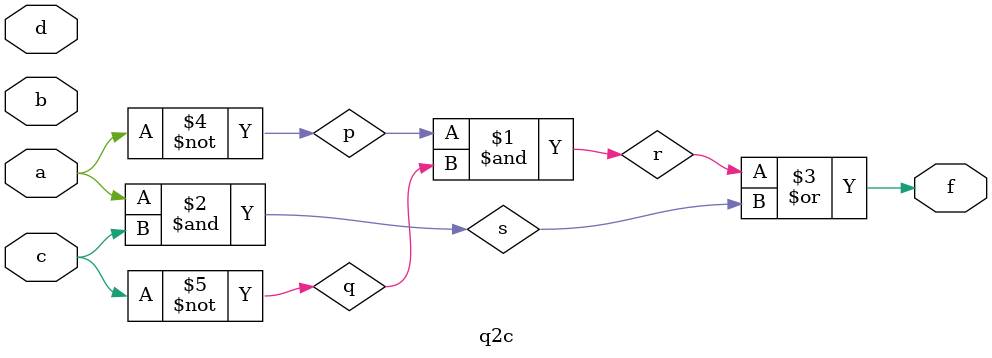
<source format=v>
module q2c(output f,input a,input b,input c,input d);
    wire p,q,r,s;
    not(p,a);
    not(q,c);
    and(r,p,q);
    and(s,a,c);
    or(f,r,s);
endmodule


</source>
